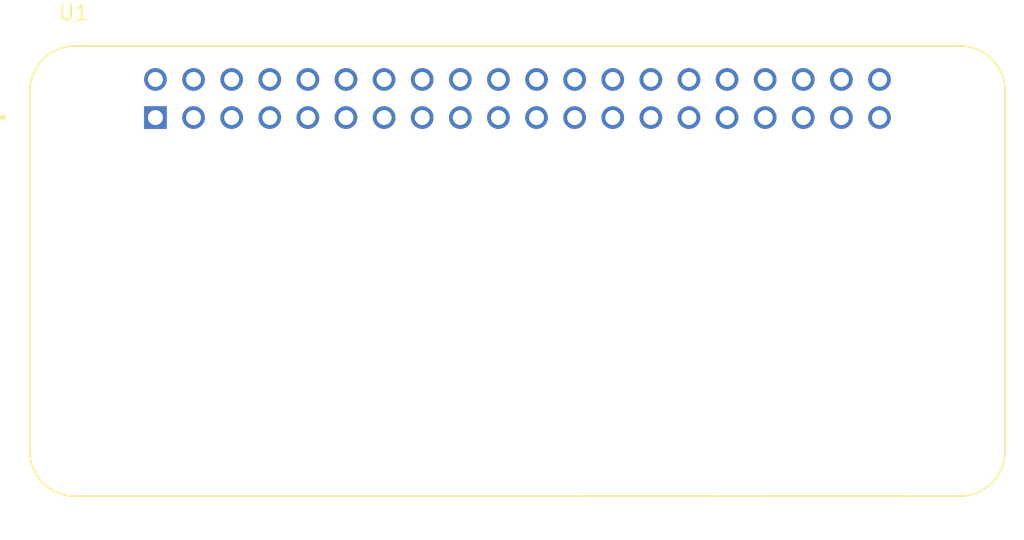
<source format=kicad_pcb>
(kicad_pcb (version 20241229) (generator "pcbnew") (generator_version "9.0")
  (layers (0 "F.Cu" signal) (2 "B.Cu" signal) (13 "F.Paste" user) (15 "B.Paste" user) (5 "F.SilkS" user "F.Silkscreen") (7 "B.SilkS" user "B.Silkscreen") (1 "F.Mask" user) (3 "B.Mask" user) (25 "Edge.Cuts" user))
  (net 0 "")
  (footprint "RASPBERRY_PI_ZERO_2_W:MODULE_RASPBERRY_PI_ZERO_2_W" (layer "F.Cu") (at 66.5 50)
    (property "Reference" "U1" (at -29.569 -17.2162 0) (layer "F.SilkS") (effects (font (size 1.00189 1.00189))))
    (property "Value" "RASPBERRY_PI_ZERO_2_W")
    (fp_line (start -32.5 -12) (end -32.5 12) (stroke (width 0.127)) (layer "F.SilkS"))
    (fp_line (start -29.5 15) (end 29.5 15) (stroke (width 0.127)) (layer "F.SilkS"))
    (fp_line (start 4.4 15) (end 12.75 15) (stroke (width 0.127)) (layer "F.SilkS"))
    (fp_line (start 17 15) (end 25.35 15) (stroke (width 0.127)) (layer "F.SilkS"))
    (fp_line (start 29.5 -15) (end -29.5 -15) (stroke (width 0.127)) (layer "F.SilkS"))
    (fp_line (start 32.5 12) (end 32.5 -12) (stroke (width 0.127)) (layer "F.SilkS"))
    (fp_arc (start -32.5 -12) (mid -31.62132 -14.12132) (end -29.5 -15) (stroke (width 0.127)) (layer "F.SilkS"))
    (fp_arc (start -29.5 15) (mid -31.62132 14.12132) (end -32.5 12) (stroke (width 0.127)) (layer "F.SilkS"))
    (fp_arc (start 29.5 -15) (mid 31.62132 -14.12132) (end 32.5 -12) (stroke (width 0.127)) (layer "F.SilkS"))
    (fp_arc (start 32.5 12) (mid 31.62132 14.12132) (end 29.5 15) (stroke (width 0.127)) (layer "F.SilkS"))
    (fp_circle (center -34.29 -10.23) (end -34.19 -10.23) (stroke (width 0.2)) (fill no) (layer "F.SilkS"))
    (pad "" np_thru_hole circle (at -29 -11.5) (size 2.75 2.75) (drill 2.75) (layers "*.Cu" "*.Mask"))
    (pad "" np_thru_hole circle (at -29 11.5) (size 2.75 2.75) (drill 2.75) (layers "*.Cu" "*.Mask"))
    (pad "" np_thru_hole circle (at 29 -11.5) (size 2.75 2.75) (drill 2.75) (layers "*.Cu" "*.Mask"))
    (pad "" np_thru_hole circle (at 29 11.5) (size 2.75 2.75) (drill 2.75) (layers "*.Cu" "*.Mask"))
    (pad "1" thru_hole rect (at -24.13 -10.23) (size 1.508 1.508) (drill 1) (layers "*.Cu" "*.Mask"))
    (pad "2" thru_hole circle (at -24.13 -12.77) (size 1.508 1.508) (drill 1) (layers "*.Cu" "*.Mask"))
    (pad "3" thru_hole circle (at -21.59 -10.23) (size 1.508 1.508) (drill 1) (layers "*.Cu" "*.Mask"))
    (pad "4" thru_hole circle (at -21.59 -12.77) (size 1.508 1.508) (drill 1) (layers "*.Cu" "*.Mask"))
    (pad "5" thru_hole circle (at -19.05 -10.23) (size 1.508 1.508) (drill 1) (layers "*.Cu" "*.Mask"))
    (pad "6" thru_hole circle (at -19.05 -12.77) (size 1.508 1.508) (drill 1) (layers "*.Cu" "*.Mask"))
    (pad "7" thru_hole circle (at -16.51 -10.23) (size 1.508 1.508) (drill 1) (layers "*.Cu" "*.Mask"))
    (pad "8" thru_hole circle (at -16.51 -12.77) (size 1.508 1.508) (drill 1) (layers "*.Cu" "*.Mask"))
    (pad "9" thru_hole circle (at -13.97 -10.23) (size 1.508 1.508) (drill 1) (layers "*.Cu" "*.Mask"))
    (pad "10" thru_hole circle (at -13.97 -12.77) (size 1.508 1.508) (drill 1) (layers "*.Cu" "*.Mask"))
    (pad "11" thru_hole circle (at -11.43 -10.23) (size 1.508 1.508) (drill 1) (layers "*.Cu" "*.Mask"))
    (pad "12" thru_hole circle (at -11.43 -12.77) (size 1.508 1.508) (drill 1) (layers "*.Cu" "*.Mask"))
    (pad "13" thru_hole circle (at -8.89 -10.23) (size 1.508 1.508) (drill 1) (layers "*.Cu" "*.Mask"))
    (pad "14" thru_hole circle (at -8.89 -12.77) (size 1.508 1.508) (drill 1) (layers "*.Cu" "*.Mask"))
    (pad "15" thru_hole circle (at -6.35 -10.23) (size 1.508 1.508) (drill 1) (layers "*.Cu" "*.Mask"))
    (pad "16" thru_hole circle (at -6.35 -12.77) (size 1.508 1.508) (drill 1) (layers "*.Cu" "*.Mask"))
    (pad "17" thru_hole circle (at -3.81 -10.23) (size 1.508 1.508) (drill 1) (layers "*.Cu" "*.Mask"))
    (pad "18" thru_hole circle (at -3.81 -12.77) (size 1.508 1.508) (drill 1) (layers "*.Cu" "*.Mask"))
    (pad "19" thru_hole circle (at -1.27 -10.23) (size 1.508 1.508) (drill 1) (layers "*.Cu" "*.Mask"))
    (pad "20" thru_hole circle (at -1.27 -12.77) (size 1.508 1.508) (drill 1) (layers "*.Cu" "*.Mask"))
    (pad "21" thru_hole circle (at 1.27 -10.23) (size 1.508 1.508) (drill 1) (layers "*.Cu" "*.Mask"))
    (pad "22" thru_hole circle (at 1.27 -12.77) (size 1.508 1.508) (drill 1) (layers "*.Cu" "*.Mask"))
    (pad "23" thru_hole circle (at 3.81 -10.23) (size 1.508 1.508) (drill 1) (layers "*.Cu" "*.Mask"))
    (pad "24" thru_hole circle (at 3.81 -12.77) (size 1.508 1.508) (drill 1) (layers "*.Cu" "*.Mask"))
    (pad "25" thru_hole circle (at 6.35 -10.23) (size 1.508 1.508) (drill 1) (layers "*.Cu" "*.Mask"))
    (pad "26" thru_hole circle (at 6.35 -12.77) (size 1.508 1.508) (drill 1) (layers "*.Cu" "*.Mask"))
    (pad "27" thru_hole circle (at 8.89 -10.23) (size 1.508 1.508) (drill 1) (layers "*.Cu" "*.Mask"))
    (pad "28" thru_hole circle (at 8.89 -12.77) (size 1.508 1.508) (drill 1) (layers "*.Cu" "*.Mask"))
    (pad "29" thru_hole circle (at 11.43 -10.23) (size 1.508 1.508) (drill 1) (layers "*.Cu" "*.Mask"))
    (pad "30" thru_hole circle (at 11.43 -12.77) (size 1.508 1.508) (drill 1) (layers "*.Cu" "*.Mask"))
    (pad "31" thru_hole circle (at 13.97 -10.23) (size 1.508 1.508) (drill 1) (layers "*.Cu" "*.Mask"))
    (pad "32" thru_hole circle (at 13.97 -12.77) (size 1.508 1.508) (drill 1) (layers "*.Cu" "*.Mask"))
    (pad "33" thru_hole circle (at 16.51 -10.23) (size 1.508 1.508) (drill 1) (layers "*.Cu" "*.Mask"))
    (pad "34" thru_hole circle (at 16.51 -12.77) (size 1.508 1.508) (drill 1) (layers "*.Cu" "*.Mask"))
    (pad "35" thru_hole circle (at 19.05 -10.23) (size 1.508 1.508) (drill 1) (layers "*.Cu" "*.Mask"))
    (pad "36" thru_hole circle (at 19.05 -12.77) (size 1.508 1.508) (drill 1) (layers "*.Cu" "*.Mask"))
    (pad "37" thru_hole circle (at 21.59 -10.23) (size 1.508 1.508) (drill 1) (layers "*.Cu" "*.Mask"))
    (pad "38" thru_hole circle (at 21.59 -12.77) (size 1.508 1.508) (drill 1) (layers "*.Cu" "*.Mask"))
    (pad "39" thru_hole circle (at 24.13 -10.23) (size 1.508 1.508) (drill 1) (layers "*.Cu" "*.Mask"))
    (pad "40" thru_hole circle (at 24.13 -12.77) (size 1.508 1.508) (drill 1) (layers "*.Cu" "*.Mask"))
  )
)
</source>
